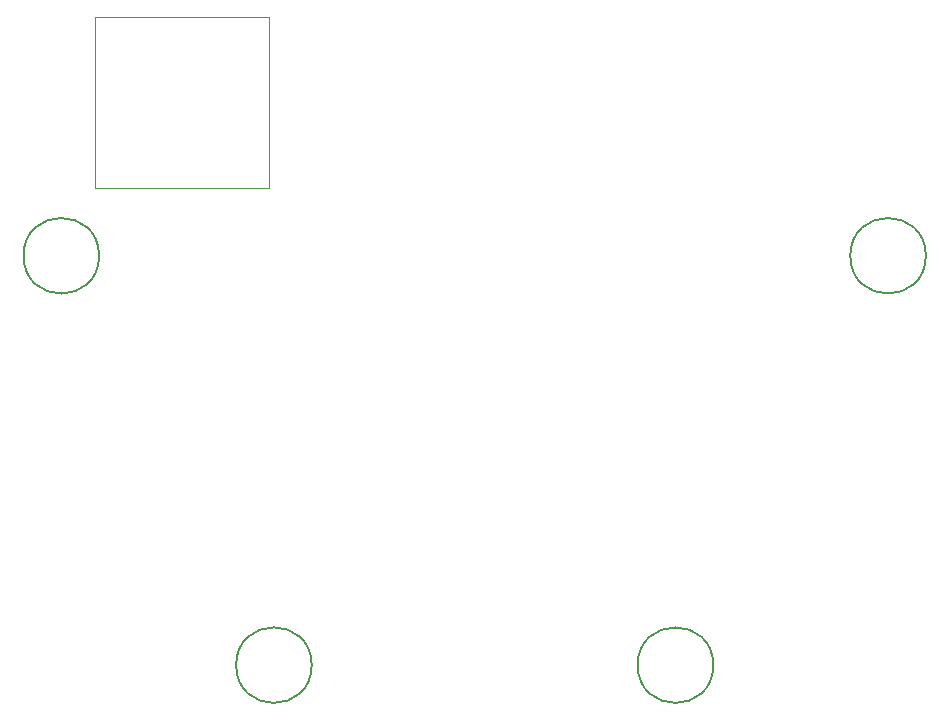
<source format=gbr>
G04 #@! TF.GenerationSoftware,KiCad,Pcbnew,7.0.1*
G04 #@! TF.CreationDate,2023-03-23T23:12:12+01:00*
G04 #@! TF.ProjectId,solarScavenger,736f6c61-7253-4636-9176-656e6765722e,rev?*
G04 #@! TF.SameCoordinates,Original*
G04 #@! TF.FileFunction,Other,Comment*
%FSLAX46Y46*%
G04 Gerber Fmt 4.6, Leading zero omitted, Abs format (unit mm)*
G04 Created by KiCad (PCBNEW 7.0.1) date 2023-03-23 23:12:12*
%MOMM*%
%LPD*%
G01*
G04 APERTURE LIST*
%ADD10C,0.150000*%
%ADD11C,0.050000*%
G04 APERTURE END LIST*
D10*
G04 #@! TO.C,REF\u002A\u002A*
X-64266000Y13208000D02*
G75*
G03*
X-64266000Y13208000I-3200000J0D01*
G01*
X5734000Y13208000D02*
G75*
G03*
X5734000Y13208000I-3200000J0D01*
G01*
D11*
G04 #@! TO.C,J6*
X-49879000Y18908000D02*
X-49879000Y33408000D01*
X-49879000Y33408000D02*
X-64579000Y33408000D01*
X-64579000Y18908000D02*
X-49879000Y18908000D01*
X-64579000Y33408000D02*
X-64579000Y18908000D01*
D10*
G04 #@! TO.C,REF\u002A\u002A*
X-46266000Y-21452000D02*
G75*
G03*
X-46266000Y-21452000I-3200000J0D01*
G01*
X-12266000Y-21452000D02*
G75*
G03*
X-12266000Y-21452000I-3200000J0D01*
G01*
G04 #@! TD*
M02*

</source>
